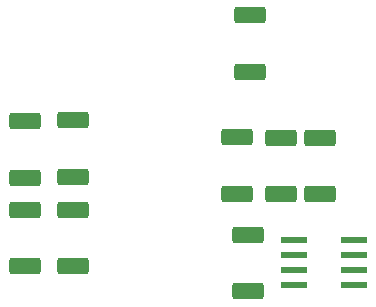
<source format=gbr>
%TF.GenerationSoftware,KiCad,Pcbnew,9.0.6*%
%TF.CreationDate,2026-01-22T12:37:59+05:30*%
%TF.ProjectId,Muscle sensor,4d757363-6c65-4207-9365-6e736f722e6b,rev?*%
%TF.SameCoordinates,Original*%
%TF.FileFunction,Paste,Top*%
%TF.FilePolarity,Positive*%
%FSLAX46Y46*%
G04 Gerber Fmt 4.6, Leading zero omitted, Abs format (unit mm)*
G04 Created by KiCad (PCBNEW 9.0.6) date 2026-01-22 12:37:59*
%MOMM*%
%LPD*%
G01*
G04 APERTURE LIST*
G04 Aperture macros list*
%AMRoundRect*
0 Rectangle with rounded corners*
0 $1 Rounding radius*
0 $2 $3 $4 $5 $6 $7 $8 $9 X,Y pos of 4 corners*
0 Add a 4 corners polygon primitive as box body*
4,1,4,$2,$3,$4,$5,$6,$7,$8,$9,$2,$3,0*
0 Add four circle primitives for the rounded corners*
1,1,$1+$1,$2,$3*
1,1,$1+$1,$4,$5*
1,1,$1+$1,$6,$7*
1,1,$1+$1,$8,$9*
0 Add four rect primitives between the rounded corners*
20,1,$1+$1,$2,$3,$4,$5,0*
20,1,$1+$1,$4,$5,$6,$7,0*
20,1,$1+$1,$6,$7,$8,$9,0*
20,1,$1+$1,$8,$9,$2,$3,0*%
G04 Aperture macros list end*
%ADD10RoundRect,0.249999X-1.075001X0.450001X-1.075001X-0.450001X1.075001X-0.450001X1.075001X0.450001X0*%
%ADD11RoundRect,0.249999X1.075001X-0.450001X1.075001X0.450001X-1.075001X0.450001X-1.075001X-0.450001X0*%
%ADD12R,2.286000X0.558800*%
G04 APERTURE END LIST*
D10*
%TO.C,R6*%
X165260000Y-87240000D03*
X165260000Y-82440000D03*
%TD*%
D11*
%TO.C,R7*%
X147690000Y-85780000D03*
X147690000Y-80980000D03*
%TD*%
%TO.C,R9*%
X162680000Y-76860000D03*
X162680000Y-72060000D03*
%TD*%
%TO.C,R5*%
X168590000Y-87250000D03*
X168590000Y-82450000D03*
%TD*%
%TO.C,R8*%
X161570000Y-87210000D03*
X161570000Y-82410000D03*
%TD*%
D10*
%TO.C,R4*%
X147690000Y-88540000D03*
X147690000Y-93340000D03*
%TD*%
D12*
%TO.C,U1*%
X166405400Y-91125000D03*
X166405400Y-92395000D03*
X166405400Y-93665000D03*
X166405400Y-94935000D03*
X171434600Y-94935000D03*
X171434600Y-93665000D03*
X171434600Y-92395000D03*
X171434600Y-91125000D03*
%TD*%
D10*
%TO.C,R1*%
X162440000Y-90670000D03*
X162440000Y-95470000D03*
%TD*%
D11*
%TO.C,R3*%
X143610000Y-85830000D03*
X143610000Y-81030000D03*
%TD*%
%TO.C,R2*%
X143560000Y-93340000D03*
X143560000Y-88540000D03*
%TD*%
M02*

</source>
